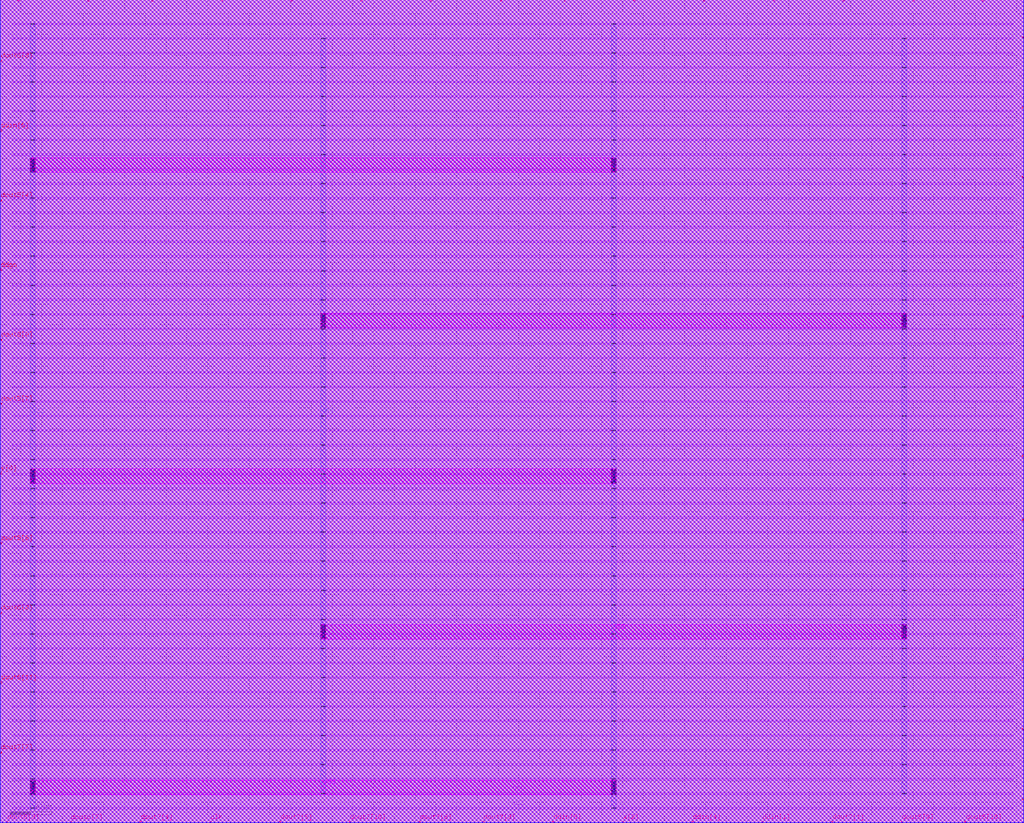
<source format=lef>
VERSION 5.8 ;
BUSBITCHARS "[]" ;
DIVIDERCHAR "/" ;
UNITS
    DATABASE MICRONS 2000 ;
END UNITS

VIA via1_2_960_340_1_3_300_300
  VIARULE Via1Array-0 ;
  CUTSIZE 0.07 0.07 ;
  LAYERS metal1 via1 metal2 ;
  CUTSPACING 0.08 0.08 ;
  ENCLOSURE 0.035 0.05 0.035 0.035 ;
  ROWCOL 1 3 ;
END via1_2_960_340_1_3_300_300

VIA via2_3_960_340_1_3_320_320
  VIARULE Via2Array-0 ;
  CUTSIZE 0.07 0.07 ;
  LAYERS metal2 via2 metal3 ;
  CUTSPACING 0.09 0.09 ;
  ENCLOSURE 0.035 0.035 0.035 0.035 ;
  ROWCOL 1 3 ;
END via2_3_960_340_1_3_320_320

VIA via3_4_960_340_1_3_320_320
  VIARULE Via3Array-0 ;
  CUTSIZE 0.07 0.07 ;
  LAYERS metal3 via3 metal4 ;
  CUTSPACING 0.09 0.09 ;
  ENCLOSURE 0.035 0.035 0.045 0.035 ;
  ROWCOL 1 3 ;
END via3_4_960_340_1_3_320_320

VIA via4_5_960_2800_5_2_600_600
  VIARULE Via4Array-0 ;
  CUTSIZE 0.14 0.14 ;
  LAYERS metal4 via4 metal5 ;
  CUTSPACING 0.16 0.16 ;
  ENCLOSURE 0.02 0 0 0 ;
  ROWCOL 5 2 ;
END via4_5_960_2800_5_2_600_600

VIA via5_6_960_2800_5_2_600_600
  VIARULE Via5Array-0 ;
  CUTSIZE 0.14 0.14 ;
  LAYERS metal5 via5 metal6 ;
  CUTSPACING 0.16 0.16 ;
  ENCLOSURE 0 0 0 0 ;
  ROWCOL 5 2 ;
END via5_6_960_2800_5_2_600_600

VIA via6_7_960_2800_4_1_600_600
  VIARULE Via6Array-0 ;
  CUTSIZE 0.14 0.14 ;
  LAYERS metal6 via6 metal7 ;
  CUTSPACING 0.16 0.16 ;
  ENCLOSURE 0 0 0.13 0.18 ;
  ROWCOL 4 1 ;
END via6_7_960_2800_4_1_600_600

MACRO dctub_part3
  FOREIGN dctub_part3 0 0 ;
  CLASS BLOCK ;
  SIZE 98.66 BY 79.33 ;
  PIN VSS
    USE GROUND ;
    DIRECTION INOUT ;
    PORT
      LAYER metal7 ;
        RECT  2.9 62.7 59.38 64.1 ;
        RECT  2.9 32.7 59.38 34.1 ;
        RECT  2.9 2.7 59.38 4.1 ;
      LAYER metal4 ;
        RECT  58.9 1.315 59.38 77.085 ;
        RECT  2.9 1.315 3.38 77.085 ;
      LAYER metal1 ;
        RECT  1.14 76.915 97.66 77.085 ;
        RECT  1.14 74.115 97.66 74.285 ;
        RECT  1.14 71.315 97.66 71.485 ;
        RECT  1.14 68.515 97.66 68.685 ;
        RECT  1.14 65.715 97.66 65.885 ;
        RECT  1.14 62.915 97.66 63.085 ;
        RECT  1.14 60.115 97.66 60.285 ;
        RECT  1.14 57.315 97.66 57.485 ;
        RECT  1.14 54.515 97.66 54.685 ;
        RECT  1.14 51.715 97.66 51.885 ;
        RECT  1.14 48.915 97.66 49.085 ;
        RECT  1.14 46.115 97.66 46.285 ;
        RECT  1.14 43.315 97.66 43.485 ;
        RECT  1.14 40.515 97.66 40.685 ;
        RECT  1.14 37.715 97.66 37.885 ;
        RECT  1.14 34.915 97.66 35.085 ;
        RECT  1.14 32.115 97.66 32.285 ;
        RECT  1.14 29.315 97.66 29.485 ;
        RECT  1.14 26.515 97.66 26.685 ;
        RECT  1.14 23.715 97.66 23.885 ;
        RECT  1.14 20.915 97.66 21.085 ;
        RECT  1.14 18.115 97.66 18.285 ;
        RECT  1.14 15.315 97.66 15.485 ;
        RECT  1.14 12.515 97.66 12.685 ;
        RECT  1.14 9.715 97.66 9.885 ;
        RECT  1.14 6.915 97.66 7.085 ;
        RECT  1.14 4.115 97.66 4.285 ;
        RECT  1.14 1.315 97.66 1.485 ;
      VIA 59.14 63.4 via6_7_960_2800_4_1_600_600 ;
      VIA 59.14 63.4 via5_6_960_2800_5_2_600_600 ;
      VIA 59.14 63.4 via4_5_960_2800_5_2_600_600 ;
      VIA 59.14 33.4 via6_7_960_2800_4_1_600_600 ;
      VIA 59.14 33.4 via5_6_960_2800_5_2_600_600 ;
      VIA 59.14 33.4 via4_5_960_2800_5_2_600_600 ;
      VIA 59.14 3.4 via6_7_960_2800_4_1_600_600 ;
      VIA 59.14 3.4 via5_6_960_2800_5_2_600_600 ;
      VIA 59.14 3.4 via4_5_960_2800_5_2_600_600 ;
      VIA 3.14 63.4 via6_7_960_2800_4_1_600_600 ;
      VIA 3.14 63.4 via5_6_960_2800_5_2_600_600 ;
      VIA 3.14 63.4 via4_5_960_2800_5_2_600_600 ;
      VIA 3.14 33.4 via6_7_960_2800_4_1_600_600 ;
      VIA 3.14 33.4 via5_6_960_2800_5_2_600_600 ;
      VIA 3.14 33.4 via4_5_960_2800_5_2_600_600 ;
      VIA 3.14 3.4 via6_7_960_2800_4_1_600_600 ;
      VIA 3.14 3.4 via5_6_960_2800_5_2_600_600 ;
      VIA 3.14 3.4 via4_5_960_2800_5_2_600_600 ;
      VIA 59.14 77 via3_4_960_340_1_3_320_320 ;
      VIA 59.14 77 via2_3_960_340_1_3_320_320 ;
      VIA 59.14 77 via1_2_960_340_1_3_300_300 ;
      VIA 59.14 74.2 via3_4_960_340_1_3_320_320 ;
      VIA 59.14 74.2 via2_3_960_340_1_3_320_320 ;
      VIA 59.14 74.2 via1_2_960_340_1_3_300_300 ;
      VIA 59.14 71.4 via3_4_960_340_1_3_320_320 ;
      VIA 59.14 71.4 via2_3_960_340_1_3_320_320 ;
      VIA 59.14 71.4 via1_2_960_340_1_3_300_300 ;
      VIA 59.14 68.6 via3_4_960_340_1_3_320_320 ;
      VIA 59.14 68.6 via2_3_960_340_1_3_320_320 ;
      VIA 59.14 68.6 via1_2_960_340_1_3_300_300 ;
      VIA 59.14 65.8 via3_4_960_340_1_3_320_320 ;
      VIA 59.14 65.8 via2_3_960_340_1_3_320_320 ;
      VIA 59.14 65.8 via1_2_960_340_1_3_300_300 ;
      VIA 59.14 63 via3_4_960_340_1_3_320_320 ;
      VIA 59.14 63 via2_3_960_340_1_3_320_320 ;
      VIA 59.14 63 via1_2_960_340_1_3_300_300 ;
      VIA 59.14 60.2 via3_4_960_340_1_3_320_320 ;
      VIA 59.14 60.2 via2_3_960_340_1_3_320_320 ;
      VIA 59.14 60.2 via1_2_960_340_1_3_300_300 ;
      VIA 59.14 57.4 via3_4_960_340_1_3_320_320 ;
      VIA 59.14 57.4 via2_3_960_340_1_3_320_320 ;
      VIA 59.14 57.4 via1_2_960_340_1_3_300_300 ;
      VIA 59.14 54.6 via3_4_960_340_1_3_320_320 ;
      VIA 59.14 54.6 via2_3_960_340_1_3_320_320 ;
      VIA 59.14 54.6 via1_2_960_340_1_3_300_300 ;
      VIA 59.14 51.8 via3_4_960_340_1_3_320_320 ;
      VIA 59.14 51.8 via2_3_960_340_1_3_320_320 ;
      VIA 59.14 51.8 via1_2_960_340_1_3_300_300 ;
      VIA 59.14 49 via3_4_960_340_1_3_320_320 ;
      VIA 59.14 49 via2_3_960_340_1_3_320_320 ;
      VIA 59.14 49 via1_2_960_340_1_3_300_300 ;
      VIA 59.14 46.2 via3_4_960_340_1_3_320_320 ;
      VIA 59.14 46.2 via2_3_960_340_1_3_320_320 ;
      VIA 59.14 46.2 via1_2_960_340_1_3_300_300 ;
      VIA 59.14 43.4 via3_4_960_340_1_3_320_320 ;
      VIA 59.14 43.4 via2_3_960_340_1_3_320_320 ;
      VIA 59.14 43.4 via1_2_960_340_1_3_300_300 ;
      VIA 59.14 40.6 via3_4_960_340_1_3_320_320 ;
      VIA 59.14 40.6 via2_3_960_340_1_3_320_320 ;
      VIA 59.14 40.6 via1_2_960_340_1_3_300_300 ;
      VIA 59.14 37.8 via3_4_960_340_1_3_320_320 ;
      VIA 59.14 37.8 via2_3_960_340_1_3_320_320 ;
      VIA 59.14 37.8 via1_2_960_340_1_3_300_300 ;
      VIA 59.14 35 via3_4_960_340_1_3_320_320 ;
      VIA 59.14 35 via2_3_960_340_1_3_320_320 ;
      VIA 59.14 35 via1_2_960_340_1_3_300_300 ;
      VIA 59.14 32.2 via3_4_960_340_1_3_320_320 ;
      VIA 59.14 32.2 via2_3_960_340_1_3_320_320 ;
      VIA 59.14 32.2 via1_2_960_340_1_3_300_300 ;
      VIA 59.14 29.4 via3_4_960_340_1_3_320_320 ;
      VIA 59.14 29.4 via2_3_960_340_1_3_320_320 ;
      VIA 59.14 29.4 via1_2_960_340_1_3_300_300 ;
      VIA 59.14 26.6 via3_4_960_340_1_3_320_320 ;
      VIA 59.14 26.6 via2_3_960_340_1_3_320_320 ;
      VIA 59.14 26.6 via1_2_960_340_1_3_300_300 ;
      VIA 59.14 23.8 via3_4_960_340_1_3_320_320 ;
      VIA 59.14 23.8 via2_3_960_340_1_3_320_320 ;
      VIA 59.14 23.8 via1_2_960_340_1_3_300_300 ;
      VIA 59.14 21 via3_4_960_340_1_3_320_320 ;
      VIA 59.14 21 via2_3_960_340_1_3_320_320 ;
      VIA 59.14 21 via1_2_960_340_1_3_300_300 ;
      VIA 59.14 18.2 via3_4_960_340_1_3_320_320 ;
      VIA 59.14 18.2 via2_3_960_340_1_3_320_320 ;
      VIA 59.14 18.2 via1_2_960_340_1_3_300_300 ;
      VIA 59.14 15.4 via3_4_960_340_1_3_320_320 ;
      VIA 59.14 15.4 via2_3_960_340_1_3_320_320 ;
      VIA 59.14 15.4 via1_2_960_340_1_3_300_300 ;
      VIA 59.14 12.6 via3_4_960_340_1_3_320_320 ;
      VIA 59.14 12.6 via2_3_960_340_1_3_320_320 ;
      VIA 59.14 12.6 via1_2_960_340_1_3_300_300 ;
      VIA 59.14 9.8 via3_4_960_340_1_3_320_320 ;
      VIA 59.14 9.8 via2_3_960_340_1_3_320_320 ;
      VIA 59.14 9.8 via1_2_960_340_1_3_300_300 ;
      VIA 59.14 7 via3_4_960_340_1_3_320_320 ;
      VIA 59.14 7 via2_3_960_340_1_3_320_320 ;
      VIA 59.14 7 via1_2_960_340_1_3_300_300 ;
      VIA 59.14 4.2 via3_4_960_340_1_3_320_320 ;
      VIA 59.14 4.2 via2_3_960_340_1_3_320_320 ;
      VIA 59.14 4.2 via1_2_960_340_1_3_300_300 ;
      VIA 59.14 1.4 via3_4_960_340_1_3_320_320 ;
      VIA 59.14 1.4 via2_3_960_340_1_3_320_320 ;
      VIA 59.14 1.4 via1_2_960_340_1_3_300_300 ;
      VIA 3.14 77 via3_4_960_340_1_3_320_320 ;
      VIA 3.14 77 via2_3_960_340_1_3_320_320 ;
      VIA 3.14 77 via1_2_960_340_1_3_300_300 ;
      VIA 3.14 74.2 via3_4_960_340_1_3_320_320 ;
      VIA 3.14 74.2 via2_3_960_340_1_3_320_320 ;
      VIA 3.14 74.2 via1_2_960_340_1_3_300_300 ;
      VIA 3.14 71.4 via3_4_960_340_1_3_320_320 ;
      VIA 3.14 71.4 via2_3_960_340_1_3_320_320 ;
      VIA 3.14 71.4 via1_2_960_340_1_3_300_300 ;
      VIA 3.14 68.6 via3_4_960_340_1_3_320_320 ;
      VIA 3.14 68.6 via2_3_960_340_1_3_320_320 ;
      VIA 3.14 68.6 via1_2_960_340_1_3_300_300 ;
      VIA 3.14 65.8 via3_4_960_340_1_3_320_320 ;
      VIA 3.14 65.8 via2_3_960_340_1_3_320_320 ;
      VIA 3.14 65.8 via1_2_960_340_1_3_300_300 ;
      VIA 3.14 63 via3_4_960_340_1_3_320_320 ;
      VIA 3.14 63 via2_3_960_340_1_3_320_320 ;
      VIA 3.14 63 via1_2_960_340_1_3_300_300 ;
      VIA 3.14 60.2 via3_4_960_340_1_3_320_320 ;
      VIA 3.14 60.2 via2_3_960_340_1_3_320_320 ;
      VIA 3.14 60.2 via1_2_960_340_1_3_300_300 ;
      VIA 3.14 57.4 via3_4_960_340_1_3_320_320 ;
      VIA 3.14 57.4 via2_3_960_340_1_3_320_320 ;
      VIA 3.14 57.4 via1_2_960_340_1_3_300_300 ;
      VIA 3.14 54.6 via3_4_960_340_1_3_320_320 ;
      VIA 3.14 54.6 via2_3_960_340_1_3_320_320 ;
      VIA 3.14 54.6 via1_2_960_340_1_3_300_300 ;
      VIA 3.14 51.8 via3_4_960_340_1_3_320_320 ;
      VIA 3.14 51.8 via2_3_960_340_1_3_320_320 ;
      VIA 3.14 51.8 via1_2_960_340_1_3_300_300 ;
      VIA 3.14 49 via3_4_960_340_1_3_320_320 ;
      VIA 3.14 49 via2_3_960_340_1_3_320_320 ;
      VIA 3.14 49 via1_2_960_340_1_3_300_300 ;
      VIA 3.14 46.2 via3_4_960_340_1_3_320_320 ;
      VIA 3.14 46.2 via2_3_960_340_1_3_320_320 ;
      VIA 3.14 46.2 via1_2_960_340_1_3_300_300 ;
      VIA 3.14 43.4 via3_4_960_340_1_3_320_320 ;
      VIA 3.14 43.4 via2_3_960_340_1_3_320_320 ;
      VIA 3.14 43.4 via1_2_960_340_1_3_300_300 ;
      VIA 3.14 40.6 via3_4_960_340_1_3_320_320 ;
      VIA 3.14 40.6 via2_3_960_340_1_3_320_320 ;
      VIA 3.14 40.6 via1_2_960_340_1_3_300_300 ;
      VIA 3.14 37.8 via3_4_960_340_1_3_320_320 ;
      VIA 3.14 37.8 via2_3_960_340_1_3_320_320 ;
      VIA 3.14 37.8 via1_2_960_340_1_3_300_300 ;
      VIA 3.14 35 via3_4_960_340_1_3_320_320 ;
      VIA 3.14 35 via2_3_960_340_1_3_320_320 ;
      VIA 3.14 35 via1_2_960_340_1_3_300_300 ;
      VIA 3.14 32.2 via3_4_960_340_1_3_320_320 ;
      VIA 3.14 32.2 via2_3_960_340_1_3_320_320 ;
      VIA 3.14 32.2 via1_2_960_340_1_3_300_300 ;
      VIA 3.14 29.4 via3_4_960_340_1_3_320_320 ;
      VIA 3.14 29.4 via2_3_960_340_1_3_320_320 ;
      VIA 3.14 29.4 via1_2_960_340_1_3_300_300 ;
      VIA 3.14 26.6 via3_4_960_340_1_3_320_320 ;
      VIA 3.14 26.6 via2_3_960_340_1_3_320_320 ;
      VIA 3.14 26.6 via1_2_960_340_1_3_300_300 ;
      VIA 3.14 23.8 via3_4_960_340_1_3_320_320 ;
      VIA 3.14 23.8 via2_3_960_340_1_3_320_320 ;
      VIA 3.14 23.8 via1_2_960_340_1_3_300_300 ;
      VIA 3.14 21 via3_4_960_340_1_3_320_320 ;
      VIA 3.14 21 via2_3_960_340_1_3_320_320 ;
      VIA 3.14 21 via1_2_960_340_1_3_300_300 ;
      VIA 3.14 18.2 via3_4_960_340_1_3_320_320 ;
      VIA 3.14 18.2 via2_3_960_340_1_3_320_320 ;
      VIA 3.14 18.2 via1_2_960_340_1_3_300_300 ;
      VIA 3.14 15.4 via3_4_960_340_1_3_320_320 ;
      VIA 3.14 15.4 via2_3_960_340_1_3_320_320 ;
      VIA 3.14 15.4 via1_2_960_340_1_3_300_300 ;
      VIA 3.14 12.6 via3_4_960_340_1_3_320_320 ;
      VIA 3.14 12.6 via2_3_960_340_1_3_320_320 ;
      VIA 3.14 12.6 via1_2_960_340_1_3_300_300 ;
      VIA 3.14 9.8 via3_4_960_340_1_3_320_320 ;
      VIA 3.14 9.8 via2_3_960_340_1_3_320_320 ;
      VIA 3.14 9.8 via1_2_960_340_1_3_300_300 ;
      VIA 3.14 7 via3_4_960_340_1_3_320_320 ;
      VIA 3.14 7 via2_3_960_340_1_3_320_320 ;
      VIA 3.14 7 via1_2_960_340_1_3_300_300 ;
      VIA 3.14 4.2 via3_4_960_340_1_3_320_320 ;
      VIA 3.14 4.2 via2_3_960_340_1_3_320_320 ;
      VIA 3.14 4.2 via1_2_960_340_1_3_300_300 ;
      VIA 3.14 1.4 via3_4_960_340_1_3_320_320 ;
      VIA 3.14 1.4 via2_3_960_340_1_3_320_320 ;
      VIA 3.14 1.4 via1_2_960_340_1_3_300_300 ;
    END
  END VSS
  PIN VDD
    USE POWER ;
    DIRECTION INOUT ;
    PORT
      LAYER metal7 ;
        RECT  30.9 47.7 87.38 49.1 ;
        RECT  30.9 17.7 87.38 19.1 ;
      LAYER metal4 ;
        RECT  86.9 2.715 87.38 75.685 ;
        RECT  30.9 2.715 31.38 75.685 ;
      LAYER metal1 ;
        RECT  1.14 75.515 97.66 75.685 ;
        RECT  1.14 72.715 97.66 72.885 ;
        RECT  1.14 69.915 97.66 70.085 ;
        RECT  1.14 67.115 97.66 67.285 ;
        RECT  1.14 64.315 97.66 64.485 ;
        RECT  1.14 61.515 97.66 61.685 ;
        RECT  1.14 58.715 97.66 58.885 ;
        RECT  1.14 55.915 97.66 56.085 ;
        RECT  1.14 53.115 97.66 53.285 ;
        RECT  1.14 50.315 97.66 50.485 ;
        RECT  1.14 47.515 97.66 47.685 ;
        RECT  1.14 44.715 97.66 44.885 ;
        RECT  1.14 41.915 97.66 42.085 ;
        RECT  1.14 39.115 97.66 39.285 ;
        RECT  1.14 36.315 97.66 36.485 ;
        RECT  1.14 33.515 97.66 33.685 ;
        RECT  1.14 30.715 97.66 30.885 ;
        RECT  1.14 27.915 97.66 28.085 ;
        RECT  1.14 25.115 97.66 25.285 ;
        RECT  1.14 22.315 97.66 22.485 ;
        RECT  1.14 19.515 97.66 19.685 ;
        RECT  1.14 16.715 97.66 16.885 ;
        RECT  1.14 13.915 97.66 14.085 ;
        RECT  1.14 11.115 97.66 11.285 ;
        RECT  1.14 8.315 97.66 8.485 ;
        RECT  1.14 5.515 97.66 5.685 ;
        RECT  1.14 2.715 97.66 2.885 ;
      VIA 87.14 48.4 via6_7_960_2800_4_1_600_600 ;
      VIA 87.14 48.4 via5_6_960_2800_5_2_600_600 ;
      VIA 87.14 48.4 via4_5_960_2800_5_2_600_600 ;
      VIA 87.14 18.4 via6_7_960_2800_4_1_600_600 ;
      VIA 87.14 18.4 via5_6_960_2800_5_2_600_600 ;
      VIA 87.14 18.4 via4_5_960_2800_5_2_600_600 ;
      VIA 31.14 48.4 via6_7_960_2800_4_1_600_600 ;
      VIA 31.14 48.4 via5_6_960_2800_5_2_600_600 ;
      VIA 31.14 48.4 via4_5_960_2800_5_2_600_600 ;
      VIA 31.14 18.4 via6_7_960_2800_4_1_600_600 ;
      VIA 31.14 18.4 via5_6_960_2800_5_2_600_600 ;
      VIA 31.14 18.4 via4_5_960_2800_5_2_600_600 ;
      VIA 87.14 75.6 via3_4_960_340_1_3_320_320 ;
      VIA 87.14 75.6 via2_3_960_340_1_3_320_320 ;
      VIA 87.14 75.6 via1_2_960_340_1_3_300_300 ;
      VIA 87.14 72.8 via3_4_960_340_1_3_320_320 ;
      VIA 87.14 72.8 via2_3_960_340_1_3_320_320 ;
      VIA 87.14 72.8 via1_2_960_340_1_3_300_300 ;
      VIA 87.14 70 via3_4_960_340_1_3_320_320 ;
      VIA 87.14 70 via2_3_960_340_1_3_320_320 ;
      VIA 87.14 70 via1_2_960_340_1_3_300_300 ;
      VIA 87.14 67.2 via3_4_960_340_1_3_320_320 ;
      VIA 87.14 67.2 via2_3_960_340_1_3_320_320 ;
      VIA 87.14 67.2 via1_2_960_340_1_3_300_300 ;
      VIA 87.14 64.4 via3_4_960_340_1_3_320_320 ;
      VIA 87.14 64.4 via2_3_960_340_1_3_320_320 ;
      VIA 87.14 64.4 via1_2_960_340_1_3_300_300 ;
      VIA 87.14 61.6 via3_4_960_340_1_3_320_320 ;
      VIA 87.14 61.6 via2_3_960_340_1_3_320_320 ;
      VIA 87.14 61.6 via1_2_960_340_1_3_300_300 ;
      VIA 87.14 58.8 via3_4_960_340_1_3_320_320 ;
      VIA 87.14 58.8 via2_3_960_340_1_3_320_320 ;
      VIA 87.14 58.8 via1_2_960_340_1_3_300_300 ;
      VIA 87.14 56 via3_4_960_340_1_3_320_320 ;
      VIA 87.14 56 via2_3_960_340_1_3_320_320 ;
      VIA 87.14 56 via1_2_960_340_1_3_300_300 ;
      VIA 87.14 53.2 via3_4_960_340_1_3_320_320 ;
      VIA 87.14 53.2 via2_3_960_340_1_3_320_320 ;
      VIA 87.14 53.2 via1_2_960_340_1_3_300_300 ;
      VIA 87.14 50.4 via3_4_960_340_1_3_320_320 ;
      VIA 87.14 50.4 via2_3_960_340_1_3_320_320 ;
      VIA 87.14 50.4 via1_2_960_340_1_3_300_300 ;
      VIA 87.14 47.6 via3_4_960_340_1_3_320_320 ;
      VIA 87.14 47.6 via2_3_960_340_1_3_320_320 ;
      VIA 87.14 47.6 via1_2_960_340_1_3_300_300 ;
      VIA 87.14 44.8 via3_4_960_340_1_3_320_320 ;
      VIA 87.14 44.8 via2_3_960_340_1_3_320_320 ;
      VIA 87.14 44.8 via1_2_960_340_1_3_300_300 ;
      VIA 87.14 42 via3_4_960_340_1_3_320_320 ;
      VIA 87.14 42 via2_3_960_340_1_3_320_320 ;
      VIA 87.14 42 via1_2_960_340_1_3_300_300 ;
      VIA 87.14 39.2 via3_4_960_340_1_3_320_320 ;
      VIA 87.14 39.2 via2_3_960_340_1_3_320_320 ;
      VIA 87.14 39.2 via1_2_960_340_1_3_300_300 ;
      VIA 87.14 36.4 via3_4_960_340_1_3_320_320 ;
      VIA 87.14 36.4 via2_3_960_340_1_3_320_320 ;
      VIA 87.14 36.4 via1_2_960_340_1_3_300_300 ;
      VIA 87.14 33.6 via3_4_960_340_1_3_320_320 ;
      VIA 87.14 33.6 via2_3_960_340_1_3_320_320 ;
      VIA 87.14 33.6 via1_2_960_340_1_3_300_300 ;
      VIA 87.14 30.8 via3_4_960_340_1_3_320_320 ;
      VIA 87.14 30.8 via2_3_960_340_1_3_320_320 ;
      VIA 87.14 30.8 via1_2_960_340_1_3_300_300 ;
      VIA 87.14 28 via3_4_960_340_1_3_320_320 ;
      VIA 87.14 28 via2_3_960_340_1_3_320_320 ;
      VIA 87.14 28 via1_2_960_340_1_3_300_300 ;
      VIA 87.14 25.2 via3_4_960_340_1_3_320_320 ;
      VIA 87.14 25.2 via2_3_960_340_1_3_320_320 ;
      VIA 87.14 25.2 via1_2_960_340_1_3_300_300 ;
      VIA 87.14 22.4 via3_4_960_340_1_3_320_320 ;
      VIA 87.14 22.4 via2_3_960_340_1_3_320_320 ;
      VIA 87.14 22.4 via1_2_960_340_1_3_300_300 ;
      VIA 87.14 19.6 via3_4_960_340_1_3_320_320 ;
      VIA 87.14 19.6 via2_3_960_340_1_3_320_320 ;
      VIA 87.14 19.6 via1_2_960_340_1_3_300_300 ;
      VIA 87.14 16.8 via3_4_960_340_1_3_320_320 ;
      VIA 87.14 16.8 via2_3_960_340_1_3_320_320 ;
      VIA 87.14 16.8 via1_2_960_340_1_3_300_300 ;
      VIA 87.14 14 via3_4_960_340_1_3_320_320 ;
      VIA 87.14 14 via2_3_960_340_1_3_320_320 ;
      VIA 87.14 14 via1_2_960_340_1_3_300_300 ;
      VIA 87.14 11.2 via3_4_960_340_1_3_320_320 ;
      VIA 87.14 11.2 via2_3_960_340_1_3_320_320 ;
      VIA 87.14 11.2 via1_2_960_340_1_3_300_300 ;
      VIA 87.14 8.4 via3_4_960_340_1_3_320_320 ;
      VIA 87.14 8.4 via2_3_960_340_1_3_320_320 ;
      VIA 87.14 8.4 via1_2_960_340_1_3_300_300 ;
      VIA 87.14 5.6 via3_4_960_340_1_3_320_320 ;
      VIA 87.14 5.6 via2_3_960_340_1_3_320_320 ;
      VIA 87.14 5.6 via1_2_960_340_1_3_300_300 ;
      VIA 87.14 2.8 via3_4_960_340_1_3_320_320 ;
      VIA 87.14 2.8 via2_3_960_340_1_3_320_320 ;
      VIA 87.14 2.8 via1_2_960_340_1_3_300_300 ;
      VIA 31.14 75.6 via3_4_960_340_1_3_320_320 ;
      VIA 31.14 75.6 via2_3_960_340_1_3_320_320 ;
      VIA 31.14 75.6 via1_2_960_340_1_3_300_300 ;
      VIA 31.14 72.8 via3_4_960_340_1_3_320_320 ;
      VIA 31.14 72.8 via2_3_960_340_1_3_320_320 ;
      VIA 31.14 72.8 via1_2_960_340_1_3_300_300 ;
      VIA 31.14 70 via3_4_960_340_1_3_320_320 ;
      VIA 31.14 70 via2_3_960_340_1_3_320_320 ;
      VIA 31.14 70 via1_2_960_340_1_3_300_300 ;
      VIA 31.14 67.2 via3_4_960_340_1_3_320_320 ;
      VIA 31.14 67.2 via2_3_960_340_1_3_320_320 ;
      VIA 31.14 67.2 via1_2_960_340_1_3_300_300 ;
      VIA 31.14 64.4 via3_4_960_340_1_3_320_320 ;
      VIA 31.14 64.4 via2_3_960_340_1_3_320_320 ;
      VIA 31.14 64.4 via1_2_960_340_1_3_300_300 ;
      VIA 31.14 61.6 via3_4_960_340_1_3_320_320 ;
      VIA 31.14 61.6 via2_3_960_340_1_3_320_320 ;
      VIA 31.14 61.6 via1_2_960_340_1_3_300_300 ;
      VIA 31.14 58.8 via3_4_960_340_1_3_320_320 ;
      VIA 31.14 58.8 via2_3_960_340_1_3_320_320 ;
      VIA 31.14 58.8 via1_2_960_340_1_3_300_300 ;
      VIA 31.14 56 via3_4_960_340_1_3_320_320 ;
      VIA 31.14 56 via2_3_960_340_1_3_320_320 ;
      VIA 31.14 56 via1_2_960_340_1_3_300_300 ;
      VIA 31.14 53.2 via3_4_960_340_1_3_320_320 ;
      VIA 31.14 53.2 via2_3_960_340_1_3_320_320 ;
      VIA 31.14 53.2 via1_2_960_340_1_3_300_300 ;
      VIA 31.14 50.4 via3_4_960_340_1_3_320_320 ;
      VIA 31.14 50.4 via2_3_960_340_1_3_320_320 ;
      VIA 31.14 50.4 via1_2_960_340_1_3_300_300 ;
      VIA 31.14 47.6 via3_4_960_340_1_3_320_320 ;
      VIA 31.14 47.6 via2_3_960_340_1_3_320_320 ;
      VIA 31.14 47.6 via1_2_960_340_1_3_300_300 ;
      VIA 31.14 44.8 via3_4_960_340_1_3_320_320 ;
      VIA 31.14 44.8 via2_3_960_340_1_3_320_320 ;
      VIA 31.14 44.8 via1_2_960_340_1_3_300_300 ;
      VIA 31.14 42 via3_4_960_340_1_3_320_320 ;
      VIA 31.14 42 via2_3_960_340_1_3_320_320 ;
      VIA 31.14 42 via1_2_960_340_1_3_300_300 ;
      VIA 31.14 39.2 via3_4_960_340_1_3_320_320 ;
      VIA 31.14 39.2 via2_3_960_340_1_3_320_320 ;
      VIA 31.14 39.2 via1_2_960_340_1_3_300_300 ;
      VIA 31.14 36.4 via3_4_960_340_1_3_320_320 ;
      VIA 31.14 36.4 via2_3_960_340_1_3_320_320 ;
      VIA 31.14 36.4 via1_2_960_340_1_3_300_300 ;
      VIA 31.14 33.6 via3_4_960_340_1_3_320_320 ;
      VIA 31.14 33.6 via2_3_960_340_1_3_320_320 ;
      VIA 31.14 33.6 via1_2_960_340_1_3_300_300 ;
      VIA 31.14 30.8 via3_4_960_340_1_3_320_320 ;
      VIA 31.14 30.8 via2_3_960_340_1_3_320_320 ;
      VIA 31.14 30.8 via1_2_960_340_1_3_300_300 ;
      VIA 31.14 28 via3_4_960_340_1_3_320_320 ;
      VIA 31.14 28 via2_3_960_340_1_3_320_320 ;
      VIA 31.14 28 via1_2_960_340_1_3_300_300 ;
      VIA 31.14 25.2 via3_4_960_340_1_3_320_320 ;
      VIA 31.14 25.2 via2_3_960_340_1_3_320_320 ;
      VIA 31.14 25.2 via1_2_960_340_1_3_300_300 ;
      VIA 31.14 22.4 via3_4_960_340_1_3_320_320 ;
      VIA 31.14 22.4 via2_3_960_340_1_3_320_320 ;
      VIA 31.14 22.4 via1_2_960_340_1_3_300_300 ;
      VIA 31.14 19.6 via3_4_960_340_1_3_320_320 ;
      VIA 31.14 19.6 via2_3_960_340_1_3_320_320 ;
      VIA 31.14 19.6 via1_2_960_340_1_3_300_300 ;
      VIA 31.14 16.8 via3_4_960_340_1_3_320_320 ;
      VIA 31.14 16.8 via2_3_960_340_1_3_320_320 ;
      VIA 31.14 16.8 via1_2_960_340_1_3_300_300 ;
      VIA 31.14 14 via3_4_960_340_1_3_320_320 ;
      VIA 31.14 14 via2_3_960_340_1_3_320_320 ;
      VIA 31.14 14 via1_2_960_340_1_3_300_300 ;
      VIA 31.14 11.2 via3_4_960_340_1_3_320_320 ;
      VIA 31.14 11.2 via2_3_960_340_1_3_320_320 ;
      VIA 31.14 11.2 via1_2_960_340_1_3_300_300 ;
      VIA 31.14 8.4 via3_4_960_340_1_3_320_320 ;
      VIA 31.14 8.4 via2_3_960_340_1_3_320_320 ;
      VIA 31.14 8.4 via1_2_960_340_1_3_300_300 ;
      VIA 31.14 5.6 via3_4_960_340_1_3_320_320 ;
      VIA 31.14 5.6 via2_3_960_340_1_3_320_320 ;
      VIA 31.14 5.6 via1_2_960_340_1_3_300_300 ;
      VIA 31.14 2.8 via3_4_960_340_1_3_320_320 ;
      VIA 31.14 2.8 via2_3_960_340_1_3_320_320 ;
      VIA 31.14 2.8 via1_2_960_340_1_3_300_300 ;
    END
  END VDD
  PIN clk
    DIRECTION INPUT ;
    USE SIGNAL ;
    PORT
      LAYER metal6 ;
        RECT  20.185 0 20.325 0.14 ;
    END
  END clk
  PIN ddgo
    DIRECTION INPUT ;
    USE SIGNAL ;
    PORT
      LAYER metal5 ;
        RECT  0 53.2 0.14 53.34 ;
    END
  END ddgo
  PIN ddin[1]
    DIRECTION INPUT ;
    USE SIGNAL ;
    PORT
      LAYER metal6 ;
        RECT  73.385 0 73.525 0.14 ;
    END
  END ddin[1]
  PIN ddin[2]
    DIRECTION INPUT ;
    USE SIGNAL ;
    PORT
      LAYER metal6 ;
        RECT  14.585 79.19 14.725 79.33 ;
    END
  END ddin[2]
  PIN ddin[3]
    DIRECTION INPUT ;
    USE SIGNAL ;
    PORT
      LAYER metal5 ;
        RECT  98.52 35.28 98.66 35.42 ;
    END
  END ddin[3]
  PIN ddin[4]
    DIRECTION INPUT ;
    USE SIGNAL ;
    PORT
      LAYER metal6 ;
        RECT  66.665 0 66.805 0.14 ;
    END
  END ddin[4]
  PIN ddin[5]
    DIRECTION INPUT ;
    USE SIGNAL ;
    PORT
      LAYER metal6 ;
        RECT  53.225 0 53.365 0.14 ;
    END
  END ddin[5]
  PIN ddin[6]
    DIRECTION INPUT ;
    USE SIGNAL ;
    PORT
      LAYER metal5 ;
        RECT  0 66.64 0.14 66.78 ;
    END
  END ddin[6]
  PIN ddin[7]
    DIRECTION INPUT ;
    USE SIGNAL ;
    PORT
      LAYER metal6 ;
        RECT  8.425 79.19 8.565 79.33 ;
    END
  END ddin[7]
  PIN ddin[8]
    DIRECTION INPUT ;
    USE SIGNAL ;
    PORT
      LAYER metal5 ;
        RECT  98.52 2.24 98.66 2.38 ;
    END
  END ddin[8]
  PIN dout5[0]
    DIRECTION OUTPUT ;
    USE SIGNAL ;
    PORT
      LAYER metal6 ;
        RECT  67.785 79.19 67.925 79.33 ;
    END
  END dout5[0]
  PIN dout5[10]
    DIRECTION OUTPUT ;
    USE SIGNAL ;
    PORT
      LAYER metal6 ;
        RECT  92.985 0 93.125 0.14 ;
    END
  END dout5[10]
  PIN dout5[11]
    DIRECTION OUTPUT ;
    USE SIGNAL ;
    PORT
      LAYER metal6 ;
        RECT  81.225 79.19 81.365 79.33 ;
    END
  END dout5[11]
  PIN dout5[1]
    DIRECTION OUTPUT ;
    USE SIGNAL ;
    PORT
      LAYER metal5 ;
        RECT  98.52 8.96 98.66 9.1 ;
    END
  END dout5[1]
  PIN dout5[2]
    DIRECTION OUTPUT ;
    USE SIGNAL ;
    PORT
      LAYER metal6 ;
        RECT  21.305 79.19 21.445 79.33 ;
    END
  END dout5[2]
  PIN dout5[3]
    DIRECTION OUTPUT ;
    USE SIGNAL ;
    PORT
      LAYER metal5 ;
        RECT  98.52 15.68 98.66 15.82 ;
    END
  END dout5[3]
  PIN dout5[4]
    DIRECTION OUTPUT ;
    USE SIGNAL ;
    PORT
      LAYER metal5 ;
        RECT  0 59.92 0.14 60.06 ;
    END
  END dout5[4]
  PIN dout5[5]
    DIRECTION OUTPUT ;
    USE SIGNAL ;
    PORT
      LAYER metal5 ;
        RECT  98.52 68.88 98.66 69.02 ;
    END
  END dout5[5]
  PIN dout5[6]
    DIRECTION OUTPUT ;
    USE SIGNAL ;
    PORT
      LAYER metal5 ;
        RECT  0 26.88 0.14 27.02 ;
    END
  END dout5[6]
  PIN dout5[7]
    DIRECTION OUTPUT ;
    USE SIGNAL ;
    PORT
      LAYER metal5 ;
        RECT  0 40.32 0.14 40.46 ;
    END
  END dout5[7]
  PIN dout5[8]
    DIRECTION OUTPUT ;
    USE SIGNAL ;
    PORT
      LAYER metal5 ;
        RECT  0 73.36 0.14 73.5 ;
    END
  END dout5[8]
  PIN dout5[9]
    DIRECTION OUTPUT ;
    USE SIGNAL ;
    PORT
      LAYER metal6 ;
        RECT  86.825 0 86.965 0.14 ;
    END
  END dout5[9]
  PIN dout6[0]
    DIRECTION OUTPUT ;
    USE SIGNAL ;
    PORT
      LAYER metal5 ;
        RECT  0 46.48 0.14 46.62 ;
    END
  END dout6[0]
  PIN dout6[10]
    DIRECTION OUTPUT ;
    USE SIGNAL ;
    PORT
      LAYER metal5 ;
        RECT  98.52 55.44 98.66 55.58 ;
    END
  END dout6[10]
  PIN dout6[11]
    DIRECTION OUTPUT ;
    USE SIGNAL ;
    PORT
      LAYER metal5 ;
        RECT  0 13.44 0.14 13.58 ;
    END
  END dout6[11]
  PIN dout6[1]
    DIRECTION OUTPUT ;
    USE SIGNAL ;
    PORT
      LAYER metal6 ;
        RECT  61.065 79.19 61.205 79.33 ;
    END
  END dout6[1]
  PIN dout6[2]
    DIRECTION OUTPUT ;
    USE SIGNAL ;
    PORT
      LAYER metal5 ;
        RECT  0 20.16 0.14 20.3 ;
    END
  END dout6[2]
  PIN dout6[3]
    DIRECTION OUTPUT ;
    USE SIGNAL ;
    PORT
      LAYER metal5 ;
        RECT  98.52 75.6 98.66 75.74 ;
    END
  END dout6[3]
  PIN dout6[4]
    DIRECTION OUTPUT ;
    USE SIGNAL ;
    PORT
      LAYER metal6 ;
        RECT  48.185 79.19 48.325 79.33 ;
    END
  END dout6[4]
  PIN dout6[5]
    DIRECTION OUTPUT ;
    USE SIGNAL ;
    PORT
      LAYER metal5 ;
        RECT  98.52 42 98.66 42.14 ;
    END
  END dout6[5]
  PIN dout6[6]
    DIRECTION OUTPUT ;
    USE SIGNAL ;
    PORT
      LAYER metal6 ;
        RECT  74.505 79.19 74.645 79.33 ;
    END
  END dout6[6]
  PIN dout6[7]
    DIRECTION OUTPUT ;
    USE SIGNAL ;
    PORT
      LAYER metal6 ;
        RECT  6.745 0 6.885 0.14 ;
    END
  END dout6[7]
  PIN dout6[8]
    DIRECTION OUTPUT ;
    USE SIGNAL ;
    PORT
      LAYER metal6 ;
        RECT  0.585 0 0.725 0.14 ;
    END
  END dout6[8]
  PIN dout6[9]
    DIRECTION OUTPUT ;
    USE SIGNAL ;
    PORT
      LAYER metal6 ;
        RECT  34.745 79.19 34.885 79.33 ;
    END
  END dout6[9]
  PIN dout7[0]
    DIRECTION OUTPUT ;
    USE SIGNAL ;
    PORT
      LAYER metal5 ;
        RECT  98.52 62.16 98.66 62.3 ;
    END
  END dout7[0]
  PIN dout7[10]
    DIRECTION OUTPUT ;
    USE SIGNAL ;
    PORT
      LAYER metal6 ;
        RECT  33.625 0 33.765 0.14 ;
    END
  END dout7[10]
  PIN dout7[11]
    DIRECTION OUTPUT ;
    USE SIGNAL ;
    PORT
      LAYER metal5 ;
        RECT  98.52 48.72 98.66 48.86 ;
    END
  END dout7[11]
  PIN dout7[1]
    DIRECTION OUTPUT ;
    USE SIGNAL ;
    PORT
      LAYER metal6 ;
        RECT  80.105 0 80.245 0.14 ;
    END
  END dout7[1]
  PIN dout7[2]
    DIRECTION OUTPUT ;
    USE SIGNAL ;
    PORT
      LAYER metal6 ;
        RECT  54.345 79.19 54.485 79.33 ;
    END
  END dout7[2]
  PIN dout7[3]
    DIRECTION OUTPUT ;
    USE SIGNAL ;
    PORT
      LAYER metal5 ;
        RECT  98.52 22.4 98.66 22.54 ;
    END
  END dout7[3]
  PIN dout7[4]
    DIRECTION OUTPUT ;
    USE SIGNAL ;
    PORT
      LAYER metal6 ;
        RECT  13.465 0 13.605 0.14 ;
    END
  END dout7[4]
  PIN dout7[5]
    DIRECTION OUTPUT ;
    USE SIGNAL ;
    PORT
      LAYER metal6 ;
        RECT  26.905 0 27.045 0.14 ;
    END
  END dout7[5]
  PIN dout7[6]
    DIRECTION OUTPUT ;
    USE SIGNAL ;
    PORT
      LAYER metal6 ;
        RECT  40.345 0 40.485 0.14 ;
    END
  END dout7[6]
  PIN dout7[7]
    DIRECTION OUTPUT ;
    USE SIGNAL ;
    PORT
      LAYER metal5 ;
        RECT  0 6.72 0.14 6.86 ;
    END
  END dout7[7]
  PIN dout7[8]
    DIRECTION OUTPUT ;
    USE SIGNAL ;
    PORT
      LAYER metal6 ;
        RECT  46.505 0 46.645 0.14 ;
    END
  END dout7[8]
  PIN dout7[9]
    DIRECTION OUTPUT ;
    USE SIGNAL ;
    PORT
      LAYER metal6 ;
        RECT  94.665 79.19 94.805 79.33 ;
    END
  END dout7[9]
  PIN ena
    DIRECTION INPUT ;
    USE SIGNAL ;
    PORT
      LAYER metal6 ;
        RECT  87.945 79.19 88.085 79.33 ;
    END
  END ena
  PIN x[0]
    DIRECTION INPUT ;
    USE SIGNAL ;
    PORT
      LAYER metal6 ;
        RECT  28.025 79.19 28.165 79.33 ;
    END
  END x[0]
  PIN x[1]
    DIRECTION INPUT ;
    USE SIGNAL ;
    PORT
      LAYER metal6 ;
        RECT  41.465 79.19 41.605 79.33 ;
    END
  END x[1]
  PIN x[2]
    DIRECTION INPUT ;
    USE SIGNAL ;
    PORT
      LAYER metal6 ;
        RECT  59.945 0 60.085 0.14 ;
    END
  END x[2]
  PIN y[0]
    DIRECTION INPUT ;
    USE SIGNAL ;
    PORT
      LAYER metal5 ;
        RECT  0 33.6 0.14 33.74 ;
    END
  END y[0]
  PIN y[1]
    DIRECTION INPUT ;
    USE SIGNAL ;
    PORT
      LAYER metal6 ;
        RECT  1.705 79.19 1.845 79.33 ;
    END
  END y[1]
  PIN y[2]
    DIRECTION INPUT ;
    USE SIGNAL ;
    PORT
      LAYER metal5 ;
        RECT  98.52 29.12 98.66 29.26 ;
    END
  END y[2]
  OBS
    LAYER metal1 ;
     RECT  0 0 98.66 79.33 ;
    LAYER metal2 ;
     RECT  0 0 98.66 79.33 ;
    LAYER metal3 ;
     RECT  0 0 98.66 79.33 ;
    LAYER metal4 ;
     RECT  0 0 98.66 79.33 ;
    LAYER metal5 ;
     RECT  0 0 98.66 79.33 ;
    LAYER metal6 ;
     RECT  0 0 98.66 79.33 ;
    LAYER metal7 ;
     RECT  0 0 98.66 79.33 ;
    LAYER metal8 ;
     RECT  0 0 98.66 79.33 ;
    LAYER metal9 ;
     RECT  0 0 98.66 79.33 ;
  END
END dctub_part3
END LIBRARY

</source>
